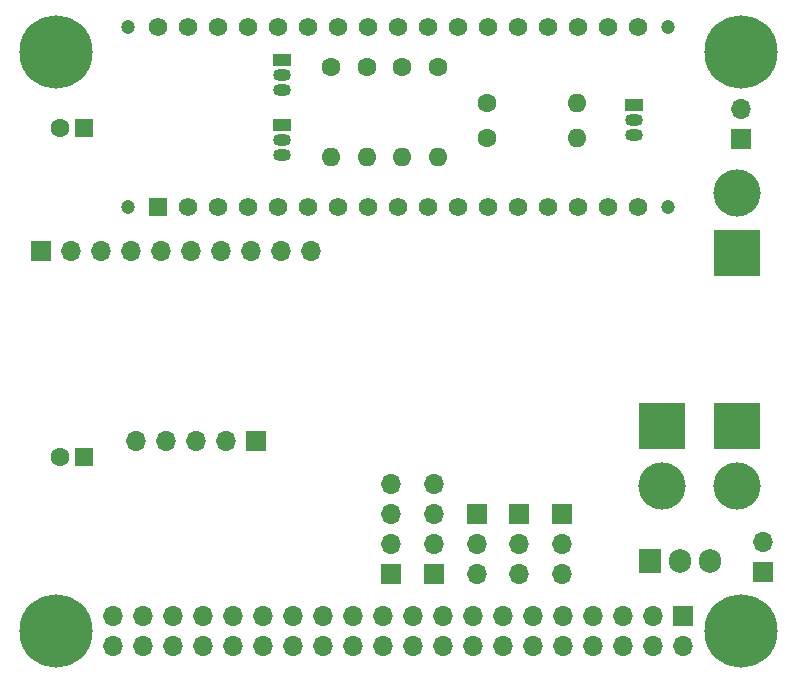
<source format=gbr>
%TF.GenerationSoftware,KiCad,Pcbnew,(5.1.8)-1*%
%TF.CreationDate,2021-12-28T16:16:16-05:00*%
%TF.ProjectId,PiRaceHat,50695261-6365-4486-9174-2e6b69636164,rev?*%
%TF.SameCoordinates,Original*%
%TF.FileFunction,Soldermask,Bot*%
%TF.FilePolarity,Negative*%
%FSLAX46Y46*%
G04 Gerber Fmt 4.6, Leading zero omitted, Abs format (unit mm)*
G04 Created by KiCad (PCBNEW (5.1.8)-1) date 2021-12-28 16:16:16*
%MOMM*%
%LPD*%
G01*
G04 APERTURE LIST*
%ADD10R,4.000000X4.000000*%
%ADD11C,4.000000*%
%ADD12R,1.700000X1.700000*%
%ADD13O,1.700000X1.700000*%
%ADD14C,6.200000*%
%ADD15R,1.500000X1.050000*%
%ADD16O,1.500000X1.050000*%
%ADD17R,1.905000X2.000000*%
%ADD18O,1.905000X2.000000*%
%ADD19R,1.574800X1.574800*%
%ADD20C,1.574800*%
%ADD21C,1.200000*%
%ADD22R,1.600000X1.600000*%
%ADD23C,1.600000*%
%ADD24O,1.600000X1.600000*%
G04 APERTURE END LIST*
D10*
%TO.C,J7*%
X91580000Y-65190000D03*
D11*
X91580000Y-70270000D03*
%TD*%
D10*
%TO.C,J8*%
X91570000Y-50490000D03*
D11*
X91570000Y-45410000D03*
%TD*%
D10*
%TO.C,J9*%
X85230000Y-65190000D03*
D11*
X85230000Y-70270000D03*
%TD*%
D12*
%TO.C,J3*%
X50860000Y-66420000D03*
D13*
X48320000Y-66420000D03*
X45780000Y-66420000D03*
X43240000Y-66420000D03*
X40700000Y-66420000D03*
%TD*%
D14*
%TO.C,*%
X33900000Y-82540000D03*
%TD*%
%TO.C,*%
X33900000Y-33540000D03*
%TD*%
%TO.C,*%
X91900000Y-33540000D03*
%TD*%
%TO.C,*%
X91900000Y-82540000D03*
%TD*%
D12*
%TO.C,J1*%
X87030000Y-81270000D03*
D13*
X87030000Y-83810000D03*
X84490000Y-81270000D03*
X84490000Y-83810000D03*
X81950000Y-81270000D03*
X81950000Y-83810000D03*
X79410000Y-81270000D03*
X79410000Y-83810000D03*
X76870000Y-81270000D03*
X76870000Y-83810000D03*
X74330000Y-81270000D03*
X74330000Y-83810000D03*
X71790000Y-81270000D03*
X71790000Y-83810000D03*
X69250000Y-81270000D03*
X69250000Y-83810000D03*
X66710000Y-81270000D03*
X66710000Y-83810000D03*
X64170000Y-81270000D03*
X64170000Y-83810000D03*
X61630000Y-81270000D03*
X61630000Y-83810000D03*
X59090000Y-81270000D03*
X59090000Y-83810000D03*
X56550000Y-81270000D03*
X56550000Y-83810000D03*
X54010000Y-81270000D03*
X54010000Y-83810000D03*
X51470000Y-81270000D03*
X51470000Y-83810000D03*
X48930000Y-81270000D03*
X48930000Y-83810000D03*
X46390000Y-81270000D03*
X46390000Y-83810000D03*
X43850000Y-81270000D03*
X43850000Y-83810000D03*
X41310000Y-81270000D03*
X41310000Y-83810000D03*
X38770000Y-81270000D03*
X38770000Y-83810000D03*
%TD*%
D12*
%TO.C,J4*%
X76750000Y-72660000D03*
D13*
X76750000Y-75200000D03*
X76750000Y-77740000D03*
%TD*%
D12*
%TO.C,J5*%
X73140000Y-72660000D03*
D13*
X73140000Y-75200000D03*
X73140000Y-77740000D03*
%TD*%
%TO.C,J6*%
X69540000Y-77740000D03*
X69540000Y-75200000D03*
D12*
X69540000Y-72660000D03*
%TD*%
%TO.C,J10*%
X62340000Y-77710000D03*
D13*
X62340000Y-75170000D03*
X62340000Y-72630000D03*
X62340000Y-70090000D03*
%TD*%
%TO.C,J11*%
X65940000Y-70090000D03*
X65940000Y-72630000D03*
X65940000Y-75170000D03*
D12*
X65940000Y-77710000D03*
%TD*%
%TO.C,J12*%
X91900000Y-40900000D03*
D13*
X91900000Y-38360000D03*
%TD*%
%TO.C,J13*%
X93790000Y-75040000D03*
D12*
X93790000Y-77580000D03*
%TD*%
D15*
%TO.C,Q1*%
X53030000Y-34210000D03*
D16*
X53030000Y-36750000D03*
X53030000Y-35480000D03*
%TD*%
%TO.C,Q2*%
X53030000Y-40940000D03*
X53030000Y-42210000D03*
D15*
X53030000Y-39670000D03*
%TD*%
D16*
%TO.C,Q3*%
X82860000Y-39290000D03*
X82860000Y-40560000D03*
D15*
X82860000Y-38020000D03*
%TD*%
D17*
%TO.C,Q4*%
X84200000Y-76630000D03*
D18*
X86740000Y-76630000D03*
X89280000Y-76630000D03*
%TD*%
D19*
%TO.C,U1*%
X42580000Y-46630000D03*
D20*
X45120000Y-46630000D03*
X47660000Y-46630000D03*
X50200000Y-46630000D03*
X52740000Y-46630000D03*
X55280000Y-46630000D03*
X57820000Y-46630000D03*
X60360000Y-46630000D03*
X62900000Y-46630000D03*
X65440000Y-46630000D03*
X67980000Y-46630000D03*
X70520000Y-46630000D03*
X73060000Y-46630000D03*
X75600000Y-46630000D03*
X78140000Y-46630000D03*
X80680000Y-46630000D03*
X83220000Y-46630000D03*
X83220000Y-31390000D03*
X80680000Y-31390000D03*
X78140000Y-31390000D03*
X75600000Y-31390000D03*
X73060000Y-31390000D03*
X70520000Y-31390000D03*
X67980000Y-31390000D03*
X65440000Y-31390000D03*
X62900000Y-31390000D03*
X60360000Y-31390000D03*
X57820000Y-31390000D03*
X55280000Y-31390000D03*
X52740000Y-31390000D03*
X50200000Y-31390000D03*
X47660000Y-31390000D03*
X45120000Y-31390000D03*
X42580000Y-31390000D03*
D21*
X85760000Y-46630000D03*
X85760000Y-31390000D03*
X40040000Y-46630000D03*
X40040000Y-31390000D03*
%TD*%
D22*
%TO.C,C1*%
X36300000Y-67770000D03*
D23*
X34300000Y-67770000D03*
%TD*%
%TO.C,C2*%
X34270000Y-39960000D03*
D22*
X36270000Y-39960000D03*
%TD*%
D24*
%TO.C,R1*%
X60260000Y-42420000D03*
D23*
X60260000Y-34800000D03*
%TD*%
%TO.C,R2*%
X57260000Y-34800000D03*
D24*
X57260000Y-42420000D03*
%TD*%
D23*
%TO.C,R3*%
X66260000Y-34800000D03*
D24*
X66260000Y-42420000D03*
%TD*%
%TO.C,R4*%
X63260000Y-42420000D03*
D23*
X63260000Y-34800000D03*
%TD*%
%TO.C,R5*%
X70430000Y-37800000D03*
D24*
X78050000Y-37800000D03*
%TD*%
%TO.C,R6*%
X78050000Y-40800000D03*
D23*
X70430000Y-40800000D03*
%TD*%
D12*
%TO.C,J14*%
X32680000Y-50340000D03*
D13*
X35220000Y-50340000D03*
X37760000Y-50340000D03*
X40300000Y-50340000D03*
X42840000Y-50340000D03*
X45380000Y-50340000D03*
X47920000Y-50340000D03*
X50460000Y-50340000D03*
X53000000Y-50340000D03*
X55540000Y-50340000D03*
%TD*%
M02*

</source>
